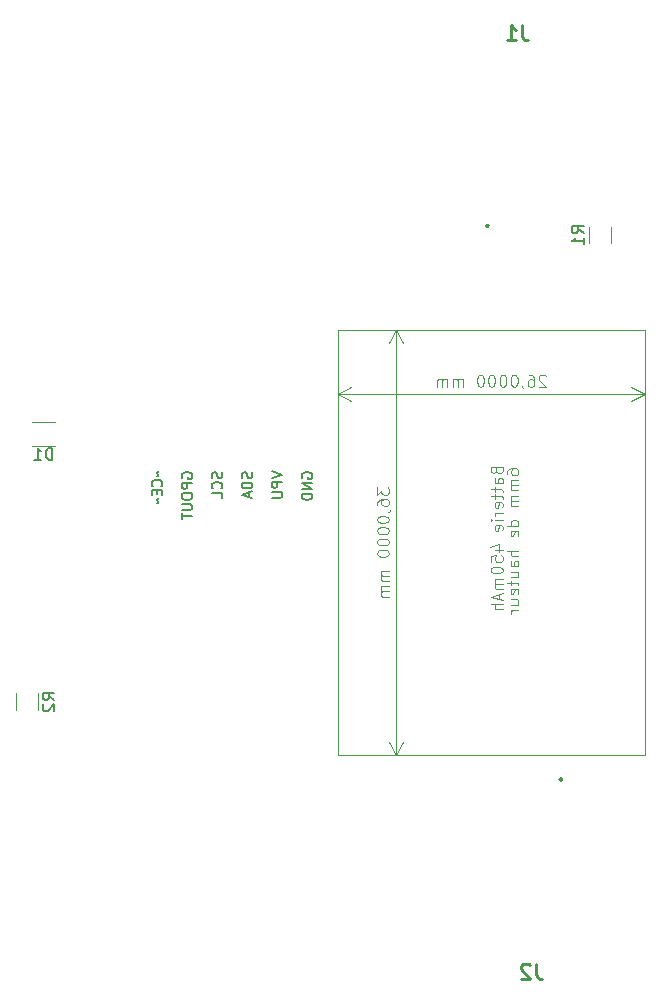
<source format=gbr>
%TF.GenerationSoftware,KiCad,Pcbnew,9.0.2*%
%TF.CreationDate,2025-07-03T17:47:07+02:00*%
%TF.ProjectId,PCB_accueil_STM,5043425f-6163-4637-9565-696c5f53544d,rev?*%
%TF.SameCoordinates,Original*%
%TF.FileFunction,Legend,Bot*%
%TF.FilePolarity,Positive*%
%FSLAX46Y46*%
G04 Gerber Fmt 4.6, Leading zero omitted, Abs format (unit mm)*
G04 Created by KiCad (PCBNEW 9.0.2) date 2025-07-03 17:47:07*
%MOMM*%
%LPD*%
G01*
G04 APERTURE LIST*
%ADD10C,0.254000*%
%ADD11C,0.150000*%
%ADD12C,0.100000*%
%ADD13C,0.152400*%
%ADD14C,0.120000*%
G04 APERTURE END LIST*
D10*
X131789732Y-56262118D02*
X131789732Y-57169261D01*
X131789732Y-57169261D02*
X131850209Y-57350689D01*
X131850209Y-57350689D02*
X131971161Y-57471642D01*
X131971161Y-57471642D02*
X132152590Y-57532118D01*
X132152590Y-57532118D02*
X132273542Y-57532118D01*
X130519732Y-57532118D02*
X131245447Y-57532118D01*
X130882590Y-57532118D02*
X130882590Y-56262118D01*
X130882590Y-56262118D02*
X131003542Y-56443546D01*
X131003542Y-56443546D02*
X131124494Y-56564499D01*
X131124494Y-56564499D02*
X131245447Y-56624975D01*
D11*
X92199819Y-113378793D02*
X91723628Y-113045460D01*
X92199819Y-112807365D02*
X91199819Y-112807365D01*
X91199819Y-112807365D02*
X91199819Y-113188317D01*
X91199819Y-113188317D02*
X91247438Y-113283555D01*
X91247438Y-113283555D02*
X91295057Y-113331174D01*
X91295057Y-113331174D02*
X91390295Y-113378793D01*
X91390295Y-113378793D02*
X91533152Y-113378793D01*
X91533152Y-113378793D02*
X91628390Y-113331174D01*
X91628390Y-113331174D02*
X91676009Y-113283555D01*
X91676009Y-113283555D02*
X91723628Y-113188317D01*
X91723628Y-113188317D02*
X91723628Y-112807365D01*
X91295057Y-113759746D02*
X91247438Y-113807365D01*
X91247438Y-113807365D02*
X91199819Y-113902603D01*
X91199819Y-113902603D02*
X91199819Y-114140698D01*
X91199819Y-114140698D02*
X91247438Y-114235936D01*
X91247438Y-114235936D02*
X91295057Y-114283555D01*
X91295057Y-114283555D02*
X91390295Y-114331174D01*
X91390295Y-114331174D02*
X91485533Y-114331174D01*
X91485533Y-114331174D02*
X91628390Y-114283555D01*
X91628390Y-114283555D02*
X92199819Y-113712127D01*
X92199819Y-113712127D02*
X92199819Y-114331174D01*
D12*
X130488819Y-94257915D02*
X130488819Y-94067439D01*
X130488819Y-94067439D02*
X130536438Y-93972201D01*
X130536438Y-93972201D02*
X130584057Y-93924582D01*
X130584057Y-93924582D02*
X130726914Y-93829344D01*
X130726914Y-93829344D02*
X130917390Y-93781725D01*
X130917390Y-93781725D02*
X131298342Y-93781725D01*
X131298342Y-93781725D02*
X131393580Y-93829344D01*
X131393580Y-93829344D02*
X131441200Y-93876963D01*
X131441200Y-93876963D02*
X131488819Y-93972201D01*
X131488819Y-93972201D02*
X131488819Y-94162677D01*
X131488819Y-94162677D02*
X131441200Y-94257915D01*
X131441200Y-94257915D02*
X131393580Y-94305534D01*
X131393580Y-94305534D02*
X131298342Y-94353153D01*
X131298342Y-94353153D02*
X131060247Y-94353153D01*
X131060247Y-94353153D02*
X130965009Y-94305534D01*
X130965009Y-94305534D02*
X130917390Y-94257915D01*
X130917390Y-94257915D02*
X130869771Y-94162677D01*
X130869771Y-94162677D02*
X130869771Y-93972201D01*
X130869771Y-93972201D02*
X130917390Y-93876963D01*
X130917390Y-93876963D02*
X130965009Y-93829344D01*
X130965009Y-93829344D02*
X131060247Y-93781725D01*
X131488819Y-94781725D02*
X130822152Y-94781725D01*
X130917390Y-94781725D02*
X130869771Y-94829344D01*
X130869771Y-94829344D02*
X130822152Y-94924582D01*
X130822152Y-94924582D02*
X130822152Y-95067439D01*
X130822152Y-95067439D02*
X130869771Y-95162677D01*
X130869771Y-95162677D02*
X130965009Y-95210296D01*
X130965009Y-95210296D02*
X131488819Y-95210296D01*
X130965009Y-95210296D02*
X130869771Y-95257915D01*
X130869771Y-95257915D02*
X130822152Y-95353153D01*
X130822152Y-95353153D02*
X130822152Y-95496010D01*
X130822152Y-95496010D02*
X130869771Y-95591249D01*
X130869771Y-95591249D02*
X130965009Y-95638868D01*
X130965009Y-95638868D02*
X131488819Y-95638868D01*
X131488819Y-96115058D02*
X130822152Y-96115058D01*
X130917390Y-96115058D02*
X130869771Y-96162677D01*
X130869771Y-96162677D02*
X130822152Y-96257915D01*
X130822152Y-96257915D02*
X130822152Y-96400772D01*
X130822152Y-96400772D02*
X130869771Y-96496010D01*
X130869771Y-96496010D02*
X130965009Y-96543629D01*
X130965009Y-96543629D02*
X131488819Y-96543629D01*
X130965009Y-96543629D02*
X130869771Y-96591248D01*
X130869771Y-96591248D02*
X130822152Y-96686486D01*
X130822152Y-96686486D02*
X130822152Y-96829343D01*
X130822152Y-96829343D02*
X130869771Y-96924582D01*
X130869771Y-96924582D02*
X130965009Y-96972201D01*
X130965009Y-96972201D02*
X131488819Y-96972201D01*
X131488819Y-98638867D02*
X130488819Y-98638867D01*
X131441200Y-98638867D02*
X131488819Y-98543629D01*
X131488819Y-98543629D02*
X131488819Y-98353153D01*
X131488819Y-98353153D02*
X131441200Y-98257915D01*
X131441200Y-98257915D02*
X131393580Y-98210296D01*
X131393580Y-98210296D02*
X131298342Y-98162677D01*
X131298342Y-98162677D02*
X131012628Y-98162677D01*
X131012628Y-98162677D02*
X130917390Y-98210296D01*
X130917390Y-98210296D02*
X130869771Y-98257915D01*
X130869771Y-98257915D02*
X130822152Y-98353153D01*
X130822152Y-98353153D02*
X130822152Y-98543629D01*
X130822152Y-98543629D02*
X130869771Y-98638867D01*
X131441200Y-99496010D02*
X131488819Y-99400772D01*
X131488819Y-99400772D02*
X131488819Y-99210296D01*
X131488819Y-99210296D02*
X131441200Y-99115058D01*
X131441200Y-99115058D02*
X131345961Y-99067439D01*
X131345961Y-99067439D02*
X130965009Y-99067439D01*
X130965009Y-99067439D02*
X130869771Y-99115058D01*
X130869771Y-99115058D02*
X130822152Y-99210296D01*
X130822152Y-99210296D02*
X130822152Y-99400772D01*
X130822152Y-99400772D02*
X130869771Y-99496010D01*
X130869771Y-99496010D02*
X130965009Y-99543629D01*
X130965009Y-99543629D02*
X131060247Y-99543629D01*
X131060247Y-99543629D02*
X131155485Y-99067439D01*
X131488819Y-100734106D02*
X130488819Y-100734106D01*
X131488819Y-101162677D02*
X130965009Y-101162677D01*
X130965009Y-101162677D02*
X130869771Y-101115058D01*
X130869771Y-101115058D02*
X130822152Y-101019820D01*
X130822152Y-101019820D02*
X130822152Y-100876963D01*
X130822152Y-100876963D02*
X130869771Y-100781725D01*
X130869771Y-100781725D02*
X130917390Y-100734106D01*
X131488819Y-102067439D02*
X130965009Y-102067439D01*
X130965009Y-102067439D02*
X130869771Y-102019820D01*
X130869771Y-102019820D02*
X130822152Y-101924582D01*
X130822152Y-101924582D02*
X130822152Y-101734106D01*
X130822152Y-101734106D02*
X130869771Y-101638868D01*
X131441200Y-102067439D02*
X131488819Y-101972201D01*
X131488819Y-101972201D02*
X131488819Y-101734106D01*
X131488819Y-101734106D02*
X131441200Y-101638868D01*
X131441200Y-101638868D02*
X131345961Y-101591249D01*
X131345961Y-101591249D02*
X131250723Y-101591249D01*
X131250723Y-101591249D02*
X131155485Y-101638868D01*
X131155485Y-101638868D02*
X131107866Y-101734106D01*
X131107866Y-101734106D02*
X131107866Y-101972201D01*
X131107866Y-101972201D02*
X131060247Y-102067439D01*
X130822152Y-102972201D02*
X131488819Y-102972201D01*
X130822152Y-102543630D02*
X131345961Y-102543630D01*
X131345961Y-102543630D02*
X131441200Y-102591249D01*
X131441200Y-102591249D02*
X131488819Y-102686487D01*
X131488819Y-102686487D02*
X131488819Y-102829344D01*
X131488819Y-102829344D02*
X131441200Y-102924582D01*
X131441200Y-102924582D02*
X131393580Y-102972201D01*
X130822152Y-103305535D02*
X130822152Y-103686487D01*
X130488819Y-103448392D02*
X131345961Y-103448392D01*
X131345961Y-103448392D02*
X131441200Y-103496011D01*
X131441200Y-103496011D02*
X131488819Y-103591249D01*
X131488819Y-103591249D02*
X131488819Y-103686487D01*
X131441200Y-104400773D02*
X131488819Y-104305535D01*
X131488819Y-104305535D02*
X131488819Y-104115059D01*
X131488819Y-104115059D02*
X131441200Y-104019821D01*
X131441200Y-104019821D02*
X131345961Y-103972202D01*
X131345961Y-103972202D02*
X130965009Y-103972202D01*
X130965009Y-103972202D02*
X130869771Y-104019821D01*
X130869771Y-104019821D02*
X130822152Y-104115059D01*
X130822152Y-104115059D02*
X130822152Y-104305535D01*
X130822152Y-104305535D02*
X130869771Y-104400773D01*
X130869771Y-104400773D02*
X130965009Y-104448392D01*
X130965009Y-104448392D02*
X131060247Y-104448392D01*
X131060247Y-104448392D02*
X131155485Y-103972202D01*
X130822152Y-105305535D02*
X131488819Y-105305535D01*
X130822152Y-104876964D02*
X131345961Y-104876964D01*
X131345961Y-104876964D02*
X131441200Y-104924583D01*
X131441200Y-104924583D02*
X131488819Y-105019821D01*
X131488819Y-105019821D02*
X131488819Y-105162678D01*
X131488819Y-105162678D02*
X131441200Y-105257916D01*
X131441200Y-105257916D02*
X131393580Y-105305535D01*
X131488819Y-105781726D02*
X130822152Y-105781726D01*
X131012628Y-105781726D02*
X130917390Y-105829345D01*
X130917390Y-105829345D02*
X130869771Y-105876964D01*
X130869771Y-105876964D02*
X130822152Y-105972202D01*
X130822152Y-105972202D02*
X130822152Y-106067440D01*
X129618809Y-93959477D02*
X129666428Y-94102334D01*
X129666428Y-94102334D02*
X129714047Y-94149953D01*
X129714047Y-94149953D02*
X129809285Y-94197572D01*
X129809285Y-94197572D02*
X129952142Y-94197572D01*
X129952142Y-94197572D02*
X130047380Y-94149953D01*
X130047380Y-94149953D02*
X130095000Y-94102334D01*
X130095000Y-94102334D02*
X130142619Y-94007096D01*
X130142619Y-94007096D02*
X130142619Y-93626144D01*
X130142619Y-93626144D02*
X129142619Y-93626144D01*
X129142619Y-93626144D02*
X129142619Y-93959477D01*
X129142619Y-93959477D02*
X129190238Y-94054715D01*
X129190238Y-94054715D02*
X129237857Y-94102334D01*
X129237857Y-94102334D02*
X129333095Y-94149953D01*
X129333095Y-94149953D02*
X129428333Y-94149953D01*
X129428333Y-94149953D02*
X129523571Y-94102334D01*
X129523571Y-94102334D02*
X129571190Y-94054715D01*
X129571190Y-94054715D02*
X129618809Y-93959477D01*
X129618809Y-93959477D02*
X129618809Y-93626144D01*
X130142619Y-95054715D02*
X129618809Y-95054715D01*
X129618809Y-95054715D02*
X129523571Y-95007096D01*
X129523571Y-95007096D02*
X129475952Y-94911858D01*
X129475952Y-94911858D02*
X129475952Y-94721382D01*
X129475952Y-94721382D02*
X129523571Y-94626144D01*
X130095000Y-95054715D02*
X130142619Y-94959477D01*
X130142619Y-94959477D02*
X130142619Y-94721382D01*
X130142619Y-94721382D02*
X130095000Y-94626144D01*
X130095000Y-94626144D02*
X129999761Y-94578525D01*
X129999761Y-94578525D02*
X129904523Y-94578525D01*
X129904523Y-94578525D02*
X129809285Y-94626144D01*
X129809285Y-94626144D02*
X129761666Y-94721382D01*
X129761666Y-94721382D02*
X129761666Y-94959477D01*
X129761666Y-94959477D02*
X129714047Y-95054715D01*
X129475952Y-95388049D02*
X129475952Y-95769001D01*
X129142619Y-95530906D02*
X129999761Y-95530906D01*
X129999761Y-95530906D02*
X130095000Y-95578525D01*
X130095000Y-95578525D02*
X130142619Y-95673763D01*
X130142619Y-95673763D02*
X130142619Y-95769001D01*
X129475952Y-95959478D02*
X129475952Y-96340430D01*
X129142619Y-96102335D02*
X129999761Y-96102335D01*
X129999761Y-96102335D02*
X130095000Y-96149954D01*
X130095000Y-96149954D02*
X130142619Y-96245192D01*
X130142619Y-96245192D02*
X130142619Y-96340430D01*
X130095000Y-97054716D02*
X130142619Y-96959478D01*
X130142619Y-96959478D02*
X130142619Y-96769002D01*
X130142619Y-96769002D02*
X130095000Y-96673764D01*
X130095000Y-96673764D02*
X129999761Y-96626145D01*
X129999761Y-96626145D02*
X129618809Y-96626145D01*
X129618809Y-96626145D02*
X129523571Y-96673764D01*
X129523571Y-96673764D02*
X129475952Y-96769002D01*
X129475952Y-96769002D02*
X129475952Y-96959478D01*
X129475952Y-96959478D02*
X129523571Y-97054716D01*
X129523571Y-97054716D02*
X129618809Y-97102335D01*
X129618809Y-97102335D02*
X129714047Y-97102335D01*
X129714047Y-97102335D02*
X129809285Y-96626145D01*
X130142619Y-97530907D02*
X129475952Y-97530907D01*
X129666428Y-97530907D02*
X129571190Y-97578526D01*
X129571190Y-97578526D02*
X129523571Y-97626145D01*
X129523571Y-97626145D02*
X129475952Y-97721383D01*
X129475952Y-97721383D02*
X129475952Y-97816621D01*
X130142619Y-98149955D02*
X129475952Y-98149955D01*
X129142619Y-98149955D02*
X129190238Y-98102336D01*
X129190238Y-98102336D02*
X129237857Y-98149955D01*
X129237857Y-98149955D02*
X129190238Y-98197574D01*
X129190238Y-98197574D02*
X129142619Y-98149955D01*
X129142619Y-98149955D02*
X129237857Y-98149955D01*
X130095000Y-99007097D02*
X130142619Y-98911859D01*
X130142619Y-98911859D02*
X130142619Y-98721383D01*
X130142619Y-98721383D02*
X130095000Y-98626145D01*
X130095000Y-98626145D02*
X129999761Y-98578526D01*
X129999761Y-98578526D02*
X129618809Y-98578526D01*
X129618809Y-98578526D02*
X129523571Y-98626145D01*
X129523571Y-98626145D02*
X129475952Y-98721383D01*
X129475952Y-98721383D02*
X129475952Y-98911859D01*
X129475952Y-98911859D02*
X129523571Y-99007097D01*
X129523571Y-99007097D02*
X129618809Y-99054716D01*
X129618809Y-99054716D02*
X129714047Y-99054716D01*
X129714047Y-99054716D02*
X129809285Y-98578526D01*
X129475952Y-100673764D02*
X130142619Y-100673764D01*
X129095000Y-100435669D02*
X129809285Y-100197574D01*
X129809285Y-100197574D02*
X129809285Y-100816621D01*
X129142619Y-101673764D02*
X129142619Y-101197574D01*
X129142619Y-101197574D02*
X129618809Y-101149955D01*
X129618809Y-101149955D02*
X129571190Y-101197574D01*
X129571190Y-101197574D02*
X129523571Y-101292812D01*
X129523571Y-101292812D02*
X129523571Y-101530907D01*
X129523571Y-101530907D02*
X129571190Y-101626145D01*
X129571190Y-101626145D02*
X129618809Y-101673764D01*
X129618809Y-101673764D02*
X129714047Y-101721383D01*
X129714047Y-101721383D02*
X129952142Y-101721383D01*
X129952142Y-101721383D02*
X130047380Y-101673764D01*
X130047380Y-101673764D02*
X130095000Y-101626145D01*
X130095000Y-101626145D02*
X130142619Y-101530907D01*
X130142619Y-101530907D02*
X130142619Y-101292812D01*
X130142619Y-101292812D02*
X130095000Y-101197574D01*
X130095000Y-101197574D02*
X130047380Y-101149955D01*
X129142619Y-102340431D02*
X129142619Y-102435669D01*
X129142619Y-102435669D02*
X129190238Y-102530907D01*
X129190238Y-102530907D02*
X129237857Y-102578526D01*
X129237857Y-102578526D02*
X129333095Y-102626145D01*
X129333095Y-102626145D02*
X129523571Y-102673764D01*
X129523571Y-102673764D02*
X129761666Y-102673764D01*
X129761666Y-102673764D02*
X129952142Y-102626145D01*
X129952142Y-102626145D02*
X130047380Y-102578526D01*
X130047380Y-102578526D02*
X130095000Y-102530907D01*
X130095000Y-102530907D02*
X130142619Y-102435669D01*
X130142619Y-102435669D02*
X130142619Y-102340431D01*
X130142619Y-102340431D02*
X130095000Y-102245193D01*
X130095000Y-102245193D02*
X130047380Y-102197574D01*
X130047380Y-102197574D02*
X129952142Y-102149955D01*
X129952142Y-102149955D02*
X129761666Y-102102336D01*
X129761666Y-102102336D02*
X129523571Y-102102336D01*
X129523571Y-102102336D02*
X129333095Y-102149955D01*
X129333095Y-102149955D02*
X129237857Y-102197574D01*
X129237857Y-102197574D02*
X129190238Y-102245193D01*
X129190238Y-102245193D02*
X129142619Y-102340431D01*
X130142619Y-103102336D02*
X129475952Y-103102336D01*
X129571190Y-103102336D02*
X129523571Y-103149955D01*
X129523571Y-103149955D02*
X129475952Y-103245193D01*
X129475952Y-103245193D02*
X129475952Y-103388050D01*
X129475952Y-103388050D02*
X129523571Y-103483288D01*
X129523571Y-103483288D02*
X129618809Y-103530907D01*
X129618809Y-103530907D02*
X130142619Y-103530907D01*
X129618809Y-103530907D02*
X129523571Y-103578526D01*
X129523571Y-103578526D02*
X129475952Y-103673764D01*
X129475952Y-103673764D02*
X129475952Y-103816621D01*
X129475952Y-103816621D02*
X129523571Y-103911860D01*
X129523571Y-103911860D02*
X129618809Y-103959479D01*
X129618809Y-103959479D02*
X130142619Y-103959479D01*
X129856904Y-104388050D02*
X129856904Y-104864240D01*
X130142619Y-104292812D02*
X129142619Y-104626145D01*
X129142619Y-104626145D02*
X130142619Y-104959478D01*
X130142619Y-105292812D02*
X129142619Y-105292812D01*
X130142619Y-105721383D02*
X129618809Y-105721383D01*
X129618809Y-105721383D02*
X129523571Y-105673764D01*
X129523571Y-105673764D02*
X129475952Y-105578526D01*
X129475952Y-105578526D02*
X129475952Y-105435669D01*
X129475952Y-105435669D02*
X129523571Y-105340431D01*
X129523571Y-105340431D02*
X129571190Y-105292812D01*
X119509019Y-95386594D02*
X119509019Y-96005641D01*
X119509019Y-96005641D02*
X119889971Y-95672308D01*
X119889971Y-95672308D02*
X119889971Y-95815165D01*
X119889971Y-95815165D02*
X119937590Y-95910403D01*
X119937590Y-95910403D02*
X119985209Y-95958022D01*
X119985209Y-95958022D02*
X120080447Y-96005641D01*
X120080447Y-96005641D02*
X120318542Y-96005641D01*
X120318542Y-96005641D02*
X120413780Y-95958022D01*
X120413780Y-95958022D02*
X120461400Y-95910403D01*
X120461400Y-95910403D02*
X120509019Y-95815165D01*
X120509019Y-95815165D02*
X120509019Y-95529451D01*
X120509019Y-95529451D02*
X120461400Y-95434213D01*
X120461400Y-95434213D02*
X120413780Y-95386594D01*
X119509019Y-96862784D02*
X119509019Y-96672308D01*
X119509019Y-96672308D02*
X119556638Y-96577070D01*
X119556638Y-96577070D02*
X119604257Y-96529451D01*
X119604257Y-96529451D02*
X119747114Y-96434213D01*
X119747114Y-96434213D02*
X119937590Y-96386594D01*
X119937590Y-96386594D02*
X120318542Y-96386594D01*
X120318542Y-96386594D02*
X120413780Y-96434213D01*
X120413780Y-96434213D02*
X120461400Y-96481832D01*
X120461400Y-96481832D02*
X120509019Y-96577070D01*
X120509019Y-96577070D02*
X120509019Y-96767546D01*
X120509019Y-96767546D02*
X120461400Y-96862784D01*
X120461400Y-96862784D02*
X120413780Y-96910403D01*
X120413780Y-96910403D02*
X120318542Y-96958022D01*
X120318542Y-96958022D02*
X120080447Y-96958022D01*
X120080447Y-96958022D02*
X119985209Y-96910403D01*
X119985209Y-96910403D02*
X119937590Y-96862784D01*
X119937590Y-96862784D02*
X119889971Y-96767546D01*
X119889971Y-96767546D02*
X119889971Y-96577070D01*
X119889971Y-96577070D02*
X119937590Y-96481832D01*
X119937590Y-96481832D02*
X119985209Y-96434213D01*
X119985209Y-96434213D02*
X120080447Y-96386594D01*
X120461400Y-97434213D02*
X120509019Y-97434213D01*
X120509019Y-97434213D02*
X120604257Y-97386594D01*
X120604257Y-97386594D02*
X120651876Y-97338975D01*
X119509019Y-98053260D02*
X119509019Y-98148498D01*
X119509019Y-98148498D02*
X119556638Y-98243736D01*
X119556638Y-98243736D02*
X119604257Y-98291355D01*
X119604257Y-98291355D02*
X119699495Y-98338974D01*
X119699495Y-98338974D02*
X119889971Y-98386593D01*
X119889971Y-98386593D02*
X120128066Y-98386593D01*
X120128066Y-98386593D02*
X120318542Y-98338974D01*
X120318542Y-98338974D02*
X120413780Y-98291355D01*
X120413780Y-98291355D02*
X120461400Y-98243736D01*
X120461400Y-98243736D02*
X120509019Y-98148498D01*
X120509019Y-98148498D02*
X120509019Y-98053260D01*
X120509019Y-98053260D02*
X120461400Y-97958022D01*
X120461400Y-97958022D02*
X120413780Y-97910403D01*
X120413780Y-97910403D02*
X120318542Y-97862784D01*
X120318542Y-97862784D02*
X120128066Y-97815165D01*
X120128066Y-97815165D02*
X119889971Y-97815165D01*
X119889971Y-97815165D02*
X119699495Y-97862784D01*
X119699495Y-97862784D02*
X119604257Y-97910403D01*
X119604257Y-97910403D02*
X119556638Y-97958022D01*
X119556638Y-97958022D02*
X119509019Y-98053260D01*
X119509019Y-99005641D02*
X119509019Y-99100879D01*
X119509019Y-99100879D02*
X119556638Y-99196117D01*
X119556638Y-99196117D02*
X119604257Y-99243736D01*
X119604257Y-99243736D02*
X119699495Y-99291355D01*
X119699495Y-99291355D02*
X119889971Y-99338974D01*
X119889971Y-99338974D02*
X120128066Y-99338974D01*
X120128066Y-99338974D02*
X120318542Y-99291355D01*
X120318542Y-99291355D02*
X120413780Y-99243736D01*
X120413780Y-99243736D02*
X120461400Y-99196117D01*
X120461400Y-99196117D02*
X120509019Y-99100879D01*
X120509019Y-99100879D02*
X120509019Y-99005641D01*
X120509019Y-99005641D02*
X120461400Y-98910403D01*
X120461400Y-98910403D02*
X120413780Y-98862784D01*
X120413780Y-98862784D02*
X120318542Y-98815165D01*
X120318542Y-98815165D02*
X120128066Y-98767546D01*
X120128066Y-98767546D02*
X119889971Y-98767546D01*
X119889971Y-98767546D02*
X119699495Y-98815165D01*
X119699495Y-98815165D02*
X119604257Y-98862784D01*
X119604257Y-98862784D02*
X119556638Y-98910403D01*
X119556638Y-98910403D02*
X119509019Y-99005641D01*
X119509019Y-99958022D02*
X119509019Y-100053260D01*
X119509019Y-100053260D02*
X119556638Y-100148498D01*
X119556638Y-100148498D02*
X119604257Y-100196117D01*
X119604257Y-100196117D02*
X119699495Y-100243736D01*
X119699495Y-100243736D02*
X119889971Y-100291355D01*
X119889971Y-100291355D02*
X120128066Y-100291355D01*
X120128066Y-100291355D02*
X120318542Y-100243736D01*
X120318542Y-100243736D02*
X120413780Y-100196117D01*
X120413780Y-100196117D02*
X120461400Y-100148498D01*
X120461400Y-100148498D02*
X120509019Y-100053260D01*
X120509019Y-100053260D02*
X120509019Y-99958022D01*
X120509019Y-99958022D02*
X120461400Y-99862784D01*
X120461400Y-99862784D02*
X120413780Y-99815165D01*
X120413780Y-99815165D02*
X120318542Y-99767546D01*
X120318542Y-99767546D02*
X120128066Y-99719927D01*
X120128066Y-99719927D02*
X119889971Y-99719927D01*
X119889971Y-99719927D02*
X119699495Y-99767546D01*
X119699495Y-99767546D02*
X119604257Y-99815165D01*
X119604257Y-99815165D02*
X119556638Y-99862784D01*
X119556638Y-99862784D02*
X119509019Y-99958022D01*
X119509019Y-100910403D02*
X119509019Y-101005641D01*
X119509019Y-101005641D02*
X119556638Y-101100879D01*
X119556638Y-101100879D02*
X119604257Y-101148498D01*
X119604257Y-101148498D02*
X119699495Y-101196117D01*
X119699495Y-101196117D02*
X119889971Y-101243736D01*
X119889971Y-101243736D02*
X120128066Y-101243736D01*
X120128066Y-101243736D02*
X120318542Y-101196117D01*
X120318542Y-101196117D02*
X120413780Y-101148498D01*
X120413780Y-101148498D02*
X120461400Y-101100879D01*
X120461400Y-101100879D02*
X120509019Y-101005641D01*
X120509019Y-101005641D02*
X120509019Y-100910403D01*
X120509019Y-100910403D02*
X120461400Y-100815165D01*
X120461400Y-100815165D02*
X120413780Y-100767546D01*
X120413780Y-100767546D02*
X120318542Y-100719927D01*
X120318542Y-100719927D02*
X120128066Y-100672308D01*
X120128066Y-100672308D02*
X119889971Y-100672308D01*
X119889971Y-100672308D02*
X119699495Y-100719927D01*
X119699495Y-100719927D02*
X119604257Y-100767546D01*
X119604257Y-100767546D02*
X119556638Y-100815165D01*
X119556638Y-100815165D02*
X119509019Y-100910403D01*
X120509019Y-102434213D02*
X119842352Y-102434213D01*
X119937590Y-102434213D02*
X119889971Y-102481832D01*
X119889971Y-102481832D02*
X119842352Y-102577070D01*
X119842352Y-102577070D02*
X119842352Y-102719927D01*
X119842352Y-102719927D02*
X119889971Y-102815165D01*
X119889971Y-102815165D02*
X119985209Y-102862784D01*
X119985209Y-102862784D02*
X120509019Y-102862784D01*
X119985209Y-102862784D02*
X119889971Y-102910403D01*
X119889971Y-102910403D02*
X119842352Y-103005641D01*
X119842352Y-103005641D02*
X119842352Y-103148498D01*
X119842352Y-103148498D02*
X119889971Y-103243737D01*
X119889971Y-103243737D02*
X119985209Y-103291356D01*
X119985209Y-103291356D02*
X120509019Y-103291356D01*
X120509019Y-103767546D02*
X119842352Y-103767546D01*
X119937590Y-103767546D02*
X119889971Y-103815165D01*
X119889971Y-103815165D02*
X119842352Y-103910403D01*
X119842352Y-103910403D02*
X119842352Y-104053260D01*
X119842352Y-104053260D02*
X119889971Y-104148498D01*
X119889971Y-104148498D02*
X119985209Y-104196117D01*
X119985209Y-104196117D02*
X120509019Y-104196117D01*
X119985209Y-104196117D02*
X119889971Y-104243736D01*
X119889971Y-104243736D02*
X119842352Y-104338974D01*
X119842352Y-104338974D02*
X119842352Y-104481831D01*
X119842352Y-104481831D02*
X119889971Y-104577070D01*
X119889971Y-104577070D02*
X119985209Y-104624689D01*
X119985209Y-104624689D02*
X120509019Y-104624689D01*
X133792246Y-85958317D02*
X133744627Y-85910698D01*
X133744627Y-85910698D02*
X133649389Y-85863079D01*
X133649389Y-85863079D02*
X133411294Y-85863079D01*
X133411294Y-85863079D02*
X133316056Y-85910698D01*
X133316056Y-85910698D02*
X133268437Y-85958317D01*
X133268437Y-85958317D02*
X133220818Y-86053555D01*
X133220818Y-86053555D02*
X133220818Y-86148793D01*
X133220818Y-86148793D02*
X133268437Y-86291650D01*
X133268437Y-86291650D02*
X133839865Y-86863079D01*
X133839865Y-86863079D02*
X133220818Y-86863079D01*
X132363675Y-85863079D02*
X132554151Y-85863079D01*
X132554151Y-85863079D02*
X132649389Y-85910698D01*
X132649389Y-85910698D02*
X132697008Y-85958317D01*
X132697008Y-85958317D02*
X132792246Y-86101174D01*
X132792246Y-86101174D02*
X132839865Y-86291650D01*
X132839865Y-86291650D02*
X132839865Y-86672602D01*
X132839865Y-86672602D02*
X132792246Y-86767840D01*
X132792246Y-86767840D02*
X132744627Y-86815460D01*
X132744627Y-86815460D02*
X132649389Y-86863079D01*
X132649389Y-86863079D02*
X132458913Y-86863079D01*
X132458913Y-86863079D02*
X132363675Y-86815460D01*
X132363675Y-86815460D02*
X132316056Y-86767840D01*
X132316056Y-86767840D02*
X132268437Y-86672602D01*
X132268437Y-86672602D02*
X132268437Y-86434507D01*
X132268437Y-86434507D02*
X132316056Y-86339269D01*
X132316056Y-86339269D02*
X132363675Y-86291650D01*
X132363675Y-86291650D02*
X132458913Y-86244031D01*
X132458913Y-86244031D02*
X132649389Y-86244031D01*
X132649389Y-86244031D02*
X132744627Y-86291650D01*
X132744627Y-86291650D02*
X132792246Y-86339269D01*
X132792246Y-86339269D02*
X132839865Y-86434507D01*
X131792246Y-86815460D02*
X131792246Y-86863079D01*
X131792246Y-86863079D02*
X131839865Y-86958317D01*
X131839865Y-86958317D02*
X131887484Y-87005936D01*
X131173199Y-85863079D02*
X131077961Y-85863079D01*
X131077961Y-85863079D02*
X130982723Y-85910698D01*
X130982723Y-85910698D02*
X130935104Y-85958317D01*
X130935104Y-85958317D02*
X130887485Y-86053555D01*
X130887485Y-86053555D02*
X130839866Y-86244031D01*
X130839866Y-86244031D02*
X130839866Y-86482126D01*
X130839866Y-86482126D02*
X130887485Y-86672602D01*
X130887485Y-86672602D02*
X130935104Y-86767840D01*
X130935104Y-86767840D02*
X130982723Y-86815460D01*
X130982723Y-86815460D02*
X131077961Y-86863079D01*
X131077961Y-86863079D02*
X131173199Y-86863079D01*
X131173199Y-86863079D02*
X131268437Y-86815460D01*
X131268437Y-86815460D02*
X131316056Y-86767840D01*
X131316056Y-86767840D02*
X131363675Y-86672602D01*
X131363675Y-86672602D02*
X131411294Y-86482126D01*
X131411294Y-86482126D02*
X131411294Y-86244031D01*
X131411294Y-86244031D02*
X131363675Y-86053555D01*
X131363675Y-86053555D02*
X131316056Y-85958317D01*
X131316056Y-85958317D02*
X131268437Y-85910698D01*
X131268437Y-85910698D02*
X131173199Y-85863079D01*
X130220818Y-85863079D02*
X130125580Y-85863079D01*
X130125580Y-85863079D02*
X130030342Y-85910698D01*
X130030342Y-85910698D02*
X129982723Y-85958317D01*
X129982723Y-85958317D02*
X129935104Y-86053555D01*
X129935104Y-86053555D02*
X129887485Y-86244031D01*
X129887485Y-86244031D02*
X129887485Y-86482126D01*
X129887485Y-86482126D02*
X129935104Y-86672602D01*
X129935104Y-86672602D02*
X129982723Y-86767840D01*
X129982723Y-86767840D02*
X130030342Y-86815460D01*
X130030342Y-86815460D02*
X130125580Y-86863079D01*
X130125580Y-86863079D02*
X130220818Y-86863079D01*
X130220818Y-86863079D02*
X130316056Y-86815460D01*
X130316056Y-86815460D02*
X130363675Y-86767840D01*
X130363675Y-86767840D02*
X130411294Y-86672602D01*
X130411294Y-86672602D02*
X130458913Y-86482126D01*
X130458913Y-86482126D02*
X130458913Y-86244031D01*
X130458913Y-86244031D02*
X130411294Y-86053555D01*
X130411294Y-86053555D02*
X130363675Y-85958317D01*
X130363675Y-85958317D02*
X130316056Y-85910698D01*
X130316056Y-85910698D02*
X130220818Y-85863079D01*
X129268437Y-85863079D02*
X129173199Y-85863079D01*
X129173199Y-85863079D02*
X129077961Y-85910698D01*
X129077961Y-85910698D02*
X129030342Y-85958317D01*
X129030342Y-85958317D02*
X128982723Y-86053555D01*
X128982723Y-86053555D02*
X128935104Y-86244031D01*
X128935104Y-86244031D02*
X128935104Y-86482126D01*
X128935104Y-86482126D02*
X128982723Y-86672602D01*
X128982723Y-86672602D02*
X129030342Y-86767840D01*
X129030342Y-86767840D02*
X129077961Y-86815460D01*
X129077961Y-86815460D02*
X129173199Y-86863079D01*
X129173199Y-86863079D02*
X129268437Y-86863079D01*
X129268437Y-86863079D02*
X129363675Y-86815460D01*
X129363675Y-86815460D02*
X129411294Y-86767840D01*
X129411294Y-86767840D02*
X129458913Y-86672602D01*
X129458913Y-86672602D02*
X129506532Y-86482126D01*
X129506532Y-86482126D02*
X129506532Y-86244031D01*
X129506532Y-86244031D02*
X129458913Y-86053555D01*
X129458913Y-86053555D02*
X129411294Y-85958317D01*
X129411294Y-85958317D02*
X129363675Y-85910698D01*
X129363675Y-85910698D02*
X129268437Y-85863079D01*
X128316056Y-85863079D02*
X128220818Y-85863079D01*
X128220818Y-85863079D02*
X128125580Y-85910698D01*
X128125580Y-85910698D02*
X128077961Y-85958317D01*
X128077961Y-85958317D02*
X128030342Y-86053555D01*
X128030342Y-86053555D02*
X127982723Y-86244031D01*
X127982723Y-86244031D02*
X127982723Y-86482126D01*
X127982723Y-86482126D02*
X128030342Y-86672602D01*
X128030342Y-86672602D02*
X128077961Y-86767840D01*
X128077961Y-86767840D02*
X128125580Y-86815460D01*
X128125580Y-86815460D02*
X128220818Y-86863079D01*
X128220818Y-86863079D02*
X128316056Y-86863079D01*
X128316056Y-86863079D02*
X128411294Y-86815460D01*
X128411294Y-86815460D02*
X128458913Y-86767840D01*
X128458913Y-86767840D02*
X128506532Y-86672602D01*
X128506532Y-86672602D02*
X128554151Y-86482126D01*
X128554151Y-86482126D02*
X128554151Y-86244031D01*
X128554151Y-86244031D02*
X128506532Y-86053555D01*
X128506532Y-86053555D02*
X128458913Y-85958317D01*
X128458913Y-85958317D02*
X128411294Y-85910698D01*
X128411294Y-85910698D02*
X128316056Y-85863079D01*
X126792246Y-86863079D02*
X126792246Y-86196412D01*
X126792246Y-86291650D02*
X126744627Y-86244031D01*
X126744627Y-86244031D02*
X126649389Y-86196412D01*
X126649389Y-86196412D02*
X126506532Y-86196412D01*
X126506532Y-86196412D02*
X126411294Y-86244031D01*
X126411294Y-86244031D02*
X126363675Y-86339269D01*
X126363675Y-86339269D02*
X126363675Y-86863079D01*
X126363675Y-86339269D02*
X126316056Y-86244031D01*
X126316056Y-86244031D02*
X126220818Y-86196412D01*
X126220818Y-86196412D02*
X126077961Y-86196412D01*
X126077961Y-86196412D02*
X125982722Y-86244031D01*
X125982722Y-86244031D02*
X125935103Y-86339269D01*
X125935103Y-86339269D02*
X125935103Y-86863079D01*
X125458913Y-86863079D02*
X125458913Y-86196412D01*
X125458913Y-86291650D02*
X125411294Y-86244031D01*
X125411294Y-86244031D02*
X125316056Y-86196412D01*
X125316056Y-86196412D02*
X125173199Y-86196412D01*
X125173199Y-86196412D02*
X125077961Y-86244031D01*
X125077961Y-86244031D02*
X125030342Y-86339269D01*
X125030342Y-86339269D02*
X125030342Y-86863079D01*
X125030342Y-86339269D02*
X124982723Y-86244031D01*
X124982723Y-86244031D02*
X124887485Y-86196412D01*
X124887485Y-86196412D02*
X124744628Y-86196412D01*
X124744628Y-86196412D02*
X124649389Y-86244031D01*
X124649389Y-86244031D02*
X124601770Y-86339269D01*
X124601770Y-86339269D02*
X124601770Y-86863079D01*
D10*
X132985332Y-135703778D02*
X132985332Y-136610921D01*
X132985332Y-136610921D02*
X133045809Y-136792349D01*
X133045809Y-136792349D02*
X133166761Y-136913302D01*
X133166761Y-136913302D02*
X133348190Y-136973778D01*
X133348190Y-136973778D02*
X133469142Y-136973778D01*
X132441047Y-135824730D02*
X132380571Y-135764254D01*
X132380571Y-135764254D02*
X132259618Y-135703778D01*
X132259618Y-135703778D02*
X131957237Y-135703778D01*
X131957237Y-135703778D02*
X131836285Y-135764254D01*
X131836285Y-135764254D02*
X131775809Y-135824730D01*
X131775809Y-135824730D02*
X131715332Y-135945682D01*
X131715332Y-135945682D02*
X131715332Y-136066635D01*
X131715332Y-136066635D02*
X131775809Y-136248063D01*
X131775809Y-136248063D02*
X132501523Y-136973778D01*
X132501523Y-136973778D02*
X131715332Y-136973778D01*
D11*
X92019294Y-93037879D02*
X92019294Y-92037879D01*
X92019294Y-92037879D02*
X91781199Y-92037879D01*
X91781199Y-92037879D02*
X91638342Y-92085498D01*
X91638342Y-92085498D02*
X91543104Y-92180736D01*
X91543104Y-92180736D02*
X91495485Y-92275974D01*
X91495485Y-92275974D02*
X91447866Y-92466450D01*
X91447866Y-92466450D02*
X91447866Y-92609307D01*
X91447866Y-92609307D02*
X91495485Y-92799783D01*
X91495485Y-92799783D02*
X91543104Y-92895021D01*
X91543104Y-92895021D02*
X91638342Y-92990260D01*
X91638342Y-92990260D02*
X91781199Y-93037879D01*
X91781199Y-93037879D02*
X92019294Y-93037879D01*
X90495485Y-93037879D02*
X91066913Y-93037879D01*
X90781199Y-93037879D02*
X90781199Y-92037879D01*
X90781199Y-92037879D02*
X90876437Y-92180736D01*
X90876437Y-92180736D02*
X90971675Y-92275974D01*
X90971675Y-92275974D02*
X91066913Y-92323593D01*
X136999819Y-73853793D02*
X136523628Y-73520460D01*
X136999819Y-73282365D02*
X135999819Y-73282365D01*
X135999819Y-73282365D02*
X135999819Y-73663317D01*
X135999819Y-73663317D02*
X136047438Y-73758555D01*
X136047438Y-73758555D02*
X136095057Y-73806174D01*
X136095057Y-73806174D02*
X136190295Y-73853793D01*
X136190295Y-73853793D02*
X136333152Y-73853793D01*
X136333152Y-73853793D02*
X136428390Y-73806174D01*
X136428390Y-73806174D02*
X136476009Y-73758555D01*
X136476009Y-73758555D02*
X136523628Y-73663317D01*
X136523628Y-73663317D02*
X136523628Y-73282365D01*
X136999819Y-74806174D02*
X136999819Y-74234746D01*
X136999819Y-74520460D02*
X135999819Y-74520460D01*
X135999819Y-74520460D02*
X136142676Y-74425222D01*
X136142676Y-74425222D02*
X136237914Y-74329984D01*
X136237914Y-74329984D02*
X136285533Y-74234746D01*
D13*
X113202317Y-94613903D02*
X113161193Y-94531656D01*
X113161193Y-94531656D02*
X113161193Y-94408284D01*
X113161193Y-94408284D02*
X113202317Y-94284913D01*
X113202317Y-94284913D02*
X113284565Y-94202665D01*
X113284565Y-94202665D02*
X113366812Y-94161542D01*
X113366812Y-94161542D02*
X113531308Y-94120418D01*
X113531308Y-94120418D02*
X113654679Y-94120418D01*
X113654679Y-94120418D02*
X113819174Y-94161542D01*
X113819174Y-94161542D02*
X113901422Y-94202665D01*
X113901422Y-94202665D02*
X113983670Y-94284913D01*
X113983670Y-94284913D02*
X114024793Y-94408284D01*
X114024793Y-94408284D02*
X114024793Y-94490532D01*
X114024793Y-94490532D02*
X113983670Y-94613903D01*
X113983670Y-94613903D02*
X113942546Y-94655027D01*
X113942546Y-94655027D02*
X113654679Y-94655027D01*
X113654679Y-94655027D02*
X113654679Y-94490532D01*
X114024793Y-95025142D02*
X113161193Y-95025142D01*
X113161193Y-95025142D02*
X114024793Y-95518627D01*
X114024793Y-95518627D02*
X113161193Y-95518627D01*
X114024793Y-95929866D02*
X113161193Y-95929866D01*
X113161193Y-95929866D02*
X113161193Y-96135485D01*
X113161193Y-96135485D02*
X113202317Y-96258856D01*
X113202317Y-96258856D02*
X113284565Y-96341104D01*
X113284565Y-96341104D02*
X113366812Y-96382227D01*
X113366812Y-96382227D02*
X113531308Y-96423351D01*
X113531308Y-96423351D02*
X113654679Y-96423351D01*
X113654679Y-96423351D02*
X113819174Y-96382227D01*
X113819174Y-96382227D02*
X113901422Y-96341104D01*
X113901422Y-96341104D02*
X113983670Y-96258856D01*
X113983670Y-96258856D02*
X114024793Y-96135485D01*
X114024793Y-96135485D02*
X114024793Y-95929866D01*
X106363670Y-94120418D02*
X106404793Y-94243789D01*
X106404793Y-94243789D02*
X106404793Y-94449408D01*
X106404793Y-94449408D02*
X106363670Y-94531656D01*
X106363670Y-94531656D02*
X106322546Y-94572780D01*
X106322546Y-94572780D02*
X106240298Y-94613903D01*
X106240298Y-94613903D02*
X106158050Y-94613903D01*
X106158050Y-94613903D02*
X106075803Y-94572780D01*
X106075803Y-94572780D02*
X106034679Y-94531656D01*
X106034679Y-94531656D02*
X105993555Y-94449408D01*
X105993555Y-94449408D02*
X105952431Y-94284913D01*
X105952431Y-94284913D02*
X105911308Y-94202665D01*
X105911308Y-94202665D02*
X105870184Y-94161542D01*
X105870184Y-94161542D02*
X105787936Y-94120418D01*
X105787936Y-94120418D02*
X105705689Y-94120418D01*
X105705689Y-94120418D02*
X105623441Y-94161542D01*
X105623441Y-94161542D02*
X105582317Y-94202665D01*
X105582317Y-94202665D02*
X105541193Y-94284913D01*
X105541193Y-94284913D02*
X105541193Y-94490532D01*
X105541193Y-94490532D02*
X105582317Y-94613903D01*
X106322546Y-95477503D02*
X106363670Y-95436379D01*
X106363670Y-95436379D02*
X106404793Y-95313008D01*
X106404793Y-95313008D02*
X106404793Y-95230760D01*
X106404793Y-95230760D02*
X106363670Y-95107389D01*
X106363670Y-95107389D02*
X106281422Y-95025141D01*
X106281422Y-95025141D02*
X106199174Y-94984018D01*
X106199174Y-94984018D02*
X106034679Y-94942894D01*
X106034679Y-94942894D02*
X105911308Y-94942894D01*
X105911308Y-94942894D02*
X105746812Y-94984018D01*
X105746812Y-94984018D02*
X105664565Y-95025141D01*
X105664565Y-95025141D02*
X105582317Y-95107389D01*
X105582317Y-95107389D02*
X105541193Y-95230760D01*
X105541193Y-95230760D02*
X105541193Y-95313008D01*
X105541193Y-95313008D02*
X105582317Y-95436379D01*
X105582317Y-95436379D02*
X105623441Y-95477503D01*
X106404793Y-96258856D02*
X106404793Y-95847618D01*
X106404793Y-95847618D02*
X105541193Y-95847618D01*
X108903670Y-94120418D02*
X108944793Y-94243789D01*
X108944793Y-94243789D02*
X108944793Y-94449408D01*
X108944793Y-94449408D02*
X108903670Y-94531656D01*
X108903670Y-94531656D02*
X108862546Y-94572780D01*
X108862546Y-94572780D02*
X108780298Y-94613903D01*
X108780298Y-94613903D02*
X108698050Y-94613903D01*
X108698050Y-94613903D02*
X108615803Y-94572780D01*
X108615803Y-94572780D02*
X108574679Y-94531656D01*
X108574679Y-94531656D02*
X108533555Y-94449408D01*
X108533555Y-94449408D02*
X108492431Y-94284913D01*
X108492431Y-94284913D02*
X108451308Y-94202665D01*
X108451308Y-94202665D02*
X108410184Y-94161542D01*
X108410184Y-94161542D02*
X108327936Y-94120418D01*
X108327936Y-94120418D02*
X108245689Y-94120418D01*
X108245689Y-94120418D02*
X108163441Y-94161542D01*
X108163441Y-94161542D02*
X108122317Y-94202665D01*
X108122317Y-94202665D02*
X108081193Y-94284913D01*
X108081193Y-94284913D02*
X108081193Y-94490532D01*
X108081193Y-94490532D02*
X108122317Y-94613903D01*
X108944793Y-94984018D02*
X108081193Y-94984018D01*
X108081193Y-94984018D02*
X108081193Y-95189637D01*
X108081193Y-95189637D02*
X108122317Y-95313008D01*
X108122317Y-95313008D02*
X108204565Y-95395256D01*
X108204565Y-95395256D02*
X108286812Y-95436379D01*
X108286812Y-95436379D02*
X108451308Y-95477503D01*
X108451308Y-95477503D02*
X108574679Y-95477503D01*
X108574679Y-95477503D02*
X108739174Y-95436379D01*
X108739174Y-95436379D02*
X108821422Y-95395256D01*
X108821422Y-95395256D02*
X108903670Y-95313008D01*
X108903670Y-95313008D02*
X108944793Y-95189637D01*
X108944793Y-95189637D02*
X108944793Y-94984018D01*
X108698050Y-95806494D02*
X108698050Y-96217732D01*
X108944793Y-95724246D02*
X108081193Y-96012113D01*
X108081193Y-96012113D02*
X108944793Y-96299979D01*
X103042317Y-94613903D02*
X103001193Y-94531656D01*
X103001193Y-94531656D02*
X103001193Y-94408284D01*
X103001193Y-94408284D02*
X103042317Y-94284913D01*
X103042317Y-94284913D02*
X103124565Y-94202665D01*
X103124565Y-94202665D02*
X103206812Y-94161542D01*
X103206812Y-94161542D02*
X103371308Y-94120418D01*
X103371308Y-94120418D02*
X103494679Y-94120418D01*
X103494679Y-94120418D02*
X103659174Y-94161542D01*
X103659174Y-94161542D02*
X103741422Y-94202665D01*
X103741422Y-94202665D02*
X103823670Y-94284913D01*
X103823670Y-94284913D02*
X103864793Y-94408284D01*
X103864793Y-94408284D02*
X103864793Y-94490532D01*
X103864793Y-94490532D02*
X103823670Y-94613903D01*
X103823670Y-94613903D02*
X103782546Y-94655027D01*
X103782546Y-94655027D02*
X103494679Y-94655027D01*
X103494679Y-94655027D02*
X103494679Y-94490532D01*
X103864793Y-95025142D02*
X103001193Y-95025142D01*
X103001193Y-95025142D02*
X103001193Y-95354132D01*
X103001193Y-95354132D02*
X103042317Y-95436380D01*
X103042317Y-95436380D02*
X103083441Y-95477503D01*
X103083441Y-95477503D02*
X103165689Y-95518627D01*
X103165689Y-95518627D02*
X103289060Y-95518627D01*
X103289060Y-95518627D02*
X103371308Y-95477503D01*
X103371308Y-95477503D02*
X103412431Y-95436380D01*
X103412431Y-95436380D02*
X103453555Y-95354132D01*
X103453555Y-95354132D02*
X103453555Y-95025142D01*
X103001193Y-96053237D02*
X103001193Y-96217732D01*
X103001193Y-96217732D02*
X103042317Y-96299980D01*
X103042317Y-96299980D02*
X103124565Y-96382227D01*
X103124565Y-96382227D02*
X103289060Y-96423351D01*
X103289060Y-96423351D02*
X103576927Y-96423351D01*
X103576927Y-96423351D02*
X103741422Y-96382227D01*
X103741422Y-96382227D02*
X103823670Y-96299980D01*
X103823670Y-96299980D02*
X103864793Y-96217732D01*
X103864793Y-96217732D02*
X103864793Y-96053237D01*
X103864793Y-96053237D02*
X103823670Y-95970989D01*
X103823670Y-95970989D02*
X103741422Y-95888742D01*
X103741422Y-95888742D02*
X103576927Y-95847618D01*
X103576927Y-95847618D02*
X103289060Y-95847618D01*
X103289060Y-95847618D02*
X103124565Y-95888742D01*
X103124565Y-95888742D02*
X103042317Y-95970989D01*
X103042317Y-95970989D02*
X103001193Y-96053237D01*
X103001193Y-96793466D02*
X103700298Y-96793466D01*
X103700298Y-96793466D02*
X103782546Y-96834589D01*
X103782546Y-96834589D02*
X103823670Y-96875713D01*
X103823670Y-96875713D02*
X103864793Y-96957961D01*
X103864793Y-96957961D02*
X103864793Y-97122456D01*
X103864793Y-97122456D02*
X103823670Y-97204704D01*
X103823670Y-97204704D02*
X103782546Y-97245827D01*
X103782546Y-97245827D02*
X103700298Y-97286951D01*
X103700298Y-97286951D02*
X103001193Y-97286951D01*
X103001193Y-97574818D02*
X103001193Y-98068304D01*
X103864793Y-97821561D02*
X103001193Y-97821561D01*
X100995803Y-94038170D02*
X100954679Y-94079294D01*
X100954679Y-94079294D02*
X100913555Y-94161542D01*
X100913555Y-94161542D02*
X100995803Y-94326037D01*
X100995803Y-94326037D02*
X100954679Y-94408284D01*
X100954679Y-94408284D02*
X100913555Y-94449408D01*
X101242546Y-95271884D02*
X101283670Y-95230760D01*
X101283670Y-95230760D02*
X101324793Y-95107389D01*
X101324793Y-95107389D02*
X101324793Y-95025141D01*
X101324793Y-95025141D02*
X101283670Y-94901770D01*
X101283670Y-94901770D02*
X101201422Y-94819522D01*
X101201422Y-94819522D02*
X101119174Y-94778399D01*
X101119174Y-94778399D02*
X100954679Y-94737275D01*
X100954679Y-94737275D02*
X100831308Y-94737275D01*
X100831308Y-94737275D02*
X100666812Y-94778399D01*
X100666812Y-94778399D02*
X100584565Y-94819522D01*
X100584565Y-94819522D02*
X100502317Y-94901770D01*
X100502317Y-94901770D02*
X100461193Y-95025141D01*
X100461193Y-95025141D02*
X100461193Y-95107389D01*
X100461193Y-95107389D02*
X100502317Y-95230760D01*
X100502317Y-95230760D02*
X100543441Y-95271884D01*
X100872431Y-95641999D02*
X100872431Y-95929865D01*
X101324793Y-96053237D02*
X101324793Y-95641999D01*
X101324793Y-95641999D02*
X100461193Y-95641999D01*
X100461193Y-95641999D02*
X100461193Y-96053237D01*
X100995803Y-96299979D02*
X100954679Y-96341103D01*
X100954679Y-96341103D02*
X100913555Y-96423351D01*
X100913555Y-96423351D02*
X100995803Y-96587846D01*
X100995803Y-96587846D02*
X100954679Y-96670093D01*
X100954679Y-96670093D02*
X100913555Y-96711217D01*
X110621193Y-94038170D02*
X111484793Y-94326037D01*
X111484793Y-94326037D02*
X110621193Y-94613903D01*
X111484793Y-94901771D02*
X110621193Y-94901771D01*
X110621193Y-94901771D02*
X110621193Y-95230761D01*
X110621193Y-95230761D02*
X110662317Y-95313009D01*
X110662317Y-95313009D02*
X110703441Y-95354132D01*
X110703441Y-95354132D02*
X110785689Y-95395256D01*
X110785689Y-95395256D02*
X110909060Y-95395256D01*
X110909060Y-95395256D02*
X110991308Y-95354132D01*
X110991308Y-95354132D02*
X111032431Y-95313009D01*
X111032431Y-95313009D02*
X111073555Y-95230761D01*
X111073555Y-95230761D02*
X111073555Y-94901771D01*
X110621193Y-95765371D02*
X111320298Y-95765371D01*
X111320298Y-95765371D02*
X111402546Y-95806494D01*
X111402546Y-95806494D02*
X111443670Y-95847618D01*
X111443670Y-95847618D02*
X111484793Y-95929866D01*
X111484793Y-95929866D02*
X111484793Y-96094361D01*
X111484793Y-96094361D02*
X111443670Y-96176609D01*
X111443670Y-96176609D02*
X111402546Y-96217732D01*
X111402546Y-96217732D02*
X111320298Y-96258856D01*
X111320298Y-96258856D02*
X110621193Y-96258856D01*
D10*
%TO.C,J1*%
X128935320Y-73250800D02*
G75*
G02*
X128751480Y-73250800I-91920J0D01*
G01*
X128751480Y-73250800D02*
G75*
G02*
X128935320Y-73250800I91920J0D01*
G01*
D14*
%TO.C,R2*%
X88985000Y-114256712D02*
X88985000Y-112834208D01*
X90805000Y-114256712D02*
X90805000Y-112834208D01*
%TO.C,REF\u002A\u002A*%
D12*
X142173200Y-118053260D02*
X116173200Y-118053260D01*
X116173200Y-82053260D01*
X142173200Y-82053260D01*
X142173200Y-118053260D01*
X119509019Y-95386594D02*
X119509019Y-96005641D01*
X119509019Y-96005641D02*
X119889971Y-95672308D01*
X119889971Y-95672308D02*
X119889971Y-95815165D01*
X119889971Y-95815165D02*
X119937590Y-95910403D01*
X119937590Y-95910403D02*
X119985209Y-95958022D01*
X119985209Y-95958022D02*
X120080447Y-96005641D01*
X120080447Y-96005641D02*
X120318542Y-96005641D01*
X120318542Y-96005641D02*
X120413780Y-95958022D01*
X120413780Y-95958022D02*
X120461400Y-95910403D01*
X120461400Y-95910403D02*
X120509019Y-95815165D01*
X120509019Y-95815165D02*
X120509019Y-95529451D01*
X120509019Y-95529451D02*
X120461400Y-95434213D01*
X120461400Y-95434213D02*
X120413780Y-95386594D01*
X119509019Y-96862784D02*
X119509019Y-96672308D01*
X119509019Y-96672308D02*
X119556638Y-96577070D01*
X119556638Y-96577070D02*
X119604257Y-96529451D01*
X119604257Y-96529451D02*
X119747114Y-96434213D01*
X119747114Y-96434213D02*
X119937590Y-96386594D01*
X119937590Y-96386594D02*
X120318542Y-96386594D01*
X120318542Y-96386594D02*
X120413780Y-96434213D01*
X120413780Y-96434213D02*
X120461400Y-96481832D01*
X120461400Y-96481832D02*
X120509019Y-96577070D01*
X120509019Y-96577070D02*
X120509019Y-96767546D01*
X120509019Y-96767546D02*
X120461400Y-96862784D01*
X120461400Y-96862784D02*
X120413780Y-96910403D01*
X120413780Y-96910403D02*
X120318542Y-96958022D01*
X120318542Y-96958022D02*
X120080447Y-96958022D01*
X120080447Y-96958022D02*
X119985209Y-96910403D01*
X119985209Y-96910403D02*
X119937590Y-96862784D01*
X119937590Y-96862784D02*
X119889971Y-96767546D01*
X119889971Y-96767546D02*
X119889971Y-96577070D01*
X119889971Y-96577070D02*
X119937590Y-96481832D01*
X119937590Y-96481832D02*
X119985209Y-96434213D01*
X119985209Y-96434213D02*
X120080447Y-96386594D01*
X120461400Y-97434213D02*
X120509019Y-97434213D01*
X120509019Y-97434213D02*
X120604257Y-97386594D01*
X120604257Y-97386594D02*
X120651876Y-97338975D01*
X119509019Y-98053260D02*
X119509019Y-98148498D01*
X119509019Y-98148498D02*
X119556638Y-98243736D01*
X119556638Y-98243736D02*
X119604257Y-98291355D01*
X119604257Y-98291355D02*
X119699495Y-98338974D01*
X119699495Y-98338974D02*
X119889971Y-98386593D01*
X119889971Y-98386593D02*
X120128066Y-98386593D01*
X120128066Y-98386593D02*
X120318542Y-98338974D01*
X120318542Y-98338974D02*
X120413780Y-98291355D01*
X120413780Y-98291355D02*
X120461400Y-98243736D01*
X120461400Y-98243736D02*
X120509019Y-98148498D01*
X120509019Y-98148498D02*
X120509019Y-98053260D01*
X120509019Y-98053260D02*
X120461400Y-97958022D01*
X120461400Y-97958022D02*
X120413780Y-97910403D01*
X120413780Y-97910403D02*
X120318542Y-97862784D01*
X120318542Y-97862784D02*
X120128066Y-97815165D01*
X120128066Y-97815165D02*
X119889971Y-97815165D01*
X119889971Y-97815165D02*
X119699495Y-97862784D01*
X119699495Y-97862784D02*
X119604257Y-97910403D01*
X119604257Y-97910403D02*
X119556638Y-97958022D01*
X119556638Y-97958022D02*
X119509019Y-98053260D01*
X119509019Y-99005641D02*
X119509019Y-99100879D01*
X119509019Y-99100879D02*
X119556638Y-99196117D01*
X119556638Y-99196117D02*
X119604257Y-99243736D01*
X119604257Y-99243736D02*
X119699495Y-99291355D01*
X119699495Y-99291355D02*
X119889971Y-99338974D01*
X119889971Y-99338974D02*
X120128066Y-99338974D01*
X120128066Y-99338974D02*
X120318542Y-99291355D01*
X120318542Y-99291355D02*
X120413780Y-99243736D01*
X120413780Y-99243736D02*
X120461400Y-99196117D01*
X120461400Y-99196117D02*
X120509019Y-99100879D01*
X120509019Y-99100879D02*
X120509019Y-99005641D01*
X120509019Y-99005641D02*
X120461400Y-98910403D01*
X120461400Y-98910403D02*
X120413780Y-98862784D01*
X120413780Y-98862784D02*
X120318542Y-98815165D01*
X120318542Y-98815165D02*
X120128066Y-98767546D01*
X120128066Y-98767546D02*
X119889971Y-98767546D01*
X119889971Y-98767546D02*
X119699495Y-98815165D01*
X119699495Y-98815165D02*
X119604257Y-98862784D01*
X119604257Y-98862784D02*
X119556638Y-98910403D01*
X119556638Y-98910403D02*
X119509019Y-99005641D01*
X119509019Y-99958022D02*
X119509019Y-100053260D01*
X119509019Y-100053260D02*
X119556638Y-100148498D01*
X119556638Y-100148498D02*
X119604257Y-100196117D01*
X119604257Y-100196117D02*
X119699495Y-100243736D01*
X119699495Y-100243736D02*
X119889971Y-100291355D01*
X119889971Y-100291355D02*
X120128066Y-100291355D01*
X120128066Y-100291355D02*
X120318542Y-100243736D01*
X120318542Y-100243736D02*
X120413780Y-100196117D01*
X120413780Y-100196117D02*
X120461400Y-100148498D01*
X120461400Y-100148498D02*
X120509019Y-100053260D01*
X120509019Y-100053260D02*
X120509019Y-99958022D01*
X120509019Y-99958022D02*
X120461400Y-99862784D01*
X120461400Y-99862784D02*
X120413780Y-99815165D01*
X120413780Y-99815165D02*
X120318542Y-99767546D01*
X120318542Y-99767546D02*
X120128066Y-99719927D01*
X120128066Y-99719927D02*
X119889971Y-99719927D01*
X119889971Y-99719927D02*
X119699495Y-99767546D01*
X119699495Y-99767546D02*
X119604257Y-99815165D01*
X119604257Y-99815165D02*
X119556638Y-99862784D01*
X119556638Y-99862784D02*
X119509019Y-99958022D01*
X119509019Y-100910403D02*
X119509019Y-101005641D01*
X119509019Y-101005641D02*
X119556638Y-101100879D01*
X119556638Y-101100879D02*
X119604257Y-101148498D01*
X119604257Y-101148498D02*
X119699495Y-101196117D01*
X119699495Y-101196117D02*
X119889971Y-101243736D01*
X119889971Y-101243736D02*
X120128066Y-101243736D01*
X120128066Y-101243736D02*
X120318542Y-101196117D01*
X120318542Y-101196117D02*
X120413780Y-101148498D01*
X120413780Y-101148498D02*
X120461400Y-101100879D01*
X120461400Y-101100879D02*
X120509019Y-101005641D01*
X120509019Y-101005641D02*
X120509019Y-100910403D01*
X120509019Y-100910403D02*
X120461400Y-100815165D01*
X120461400Y-100815165D02*
X120413780Y-100767546D01*
X120413780Y-100767546D02*
X120318542Y-100719927D01*
X120318542Y-100719927D02*
X120128066Y-100672308D01*
X120128066Y-100672308D02*
X119889971Y-100672308D01*
X119889971Y-100672308D02*
X119699495Y-100719927D01*
X119699495Y-100719927D02*
X119604257Y-100767546D01*
X119604257Y-100767546D02*
X119556638Y-100815165D01*
X119556638Y-100815165D02*
X119509019Y-100910403D01*
X120509019Y-102434213D02*
X119842352Y-102434213D01*
X119937590Y-102434213D02*
X119889971Y-102481832D01*
X119889971Y-102481832D02*
X119842352Y-102577070D01*
X119842352Y-102577070D02*
X119842352Y-102719927D01*
X119842352Y-102719927D02*
X119889971Y-102815165D01*
X119889971Y-102815165D02*
X119985209Y-102862784D01*
X119985209Y-102862784D02*
X120509019Y-102862784D01*
X119985209Y-102862784D02*
X119889971Y-102910403D01*
X119889971Y-102910403D02*
X119842352Y-103005641D01*
X119842352Y-103005641D02*
X119842352Y-103148498D01*
X119842352Y-103148498D02*
X119889971Y-103243737D01*
X119889971Y-103243737D02*
X119985209Y-103291356D01*
X119985209Y-103291356D02*
X120509019Y-103291356D01*
X120509019Y-103767546D02*
X119842352Y-103767546D01*
X119937590Y-103767546D02*
X119889971Y-103815165D01*
X119889971Y-103815165D02*
X119842352Y-103910403D01*
X119842352Y-103910403D02*
X119842352Y-104053260D01*
X119842352Y-104053260D02*
X119889971Y-104148498D01*
X119889971Y-104148498D02*
X119985209Y-104196117D01*
X119985209Y-104196117D02*
X120509019Y-104196117D01*
X119985209Y-104196117D02*
X119889971Y-104243736D01*
X119889971Y-104243736D02*
X119842352Y-104338974D01*
X119842352Y-104338974D02*
X119842352Y-104481831D01*
X119842352Y-104481831D02*
X119889971Y-104577070D01*
X119889971Y-104577070D02*
X119985209Y-104624689D01*
X119985209Y-104624689D02*
X120509019Y-104624689D01*
X116673200Y-82053260D02*
X121738020Y-82053260D01*
X116673200Y-118053260D02*
X121738020Y-118053260D01*
X121151600Y-82053260D02*
X121151600Y-118053260D01*
X121151600Y-82053260D02*
X121738021Y-83179764D01*
X121151600Y-82053260D02*
X120565179Y-83179764D01*
X121151600Y-118053260D02*
X120565179Y-116926756D01*
X121151600Y-118053260D02*
X121738021Y-116926756D01*
X133792246Y-85958317D02*
X133744627Y-85910698D01*
X133744627Y-85910698D02*
X133649389Y-85863079D01*
X133649389Y-85863079D02*
X133411294Y-85863079D01*
X133411294Y-85863079D02*
X133316056Y-85910698D01*
X133316056Y-85910698D02*
X133268437Y-85958317D01*
X133268437Y-85958317D02*
X133220818Y-86053555D01*
X133220818Y-86053555D02*
X133220818Y-86148793D01*
X133220818Y-86148793D02*
X133268437Y-86291650D01*
X133268437Y-86291650D02*
X133839865Y-86863079D01*
X133839865Y-86863079D02*
X133220818Y-86863079D01*
X132363675Y-85863079D02*
X132554151Y-85863079D01*
X132554151Y-85863079D02*
X132649389Y-85910698D01*
X132649389Y-85910698D02*
X132697008Y-85958317D01*
X132697008Y-85958317D02*
X132792246Y-86101174D01*
X132792246Y-86101174D02*
X132839865Y-86291650D01*
X132839865Y-86291650D02*
X132839865Y-86672602D01*
X132839865Y-86672602D02*
X132792246Y-86767840D01*
X132792246Y-86767840D02*
X132744627Y-86815460D01*
X132744627Y-86815460D02*
X132649389Y-86863079D01*
X132649389Y-86863079D02*
X132458913Y-86863079D01*
X132458913Y-86863079D02*
X132363675Y-86815460D01*
X132363675Y-86815460D02*
X132316056Y-86767840D01*
X132316056Y-86767840D02*
X132268437Y-86672602D01*
X132268437Y-86672602D02*
X132268437Y-86434507D01*
X132268437Y-86434507D02*
X132316056Y-86339269D01*
X132316056Y-86339269D02*
X132363675Y-86291650D01*
X132363675Y-86291650D02*
X132458913Y-86244031D01*
X132458913Y-86244031D02*
X132649389Y-86244031D01*
X132649389Y-86244031D02*
X132744627Y-86291650D01*
X132744627Y-86291650D02*
X132792246Y-86339269D01*
X132792246Y-86339269D02*
X132839865Y-86434507D01*
X131792246Y-86815460D02*
X131792246Y-86863079D01*
X131792246Y-86863079D02*
X131839865Y-86958317D01*
X131839865Y-86958317D02*
X131887484Y-87005936D01*
X131173199Y-85863079D02*
X131077961Y-85863079D01*
X131077961Y-85863079D02*
X130982723Y-85910698D01*
X130982723Y-85910698D02*
X130935104Y-85958317D01*
X130935104Y-85958317D02*
X130887485Y-86053555D01*
X130887485Y-86053555D02*
X130839866Y-86244031D01*
X130839866Y-86244031D02*
X130839866Y-86482126D01*
X130839866Y-86482126D02*
X130887485Y-86672602D01*
X130887485Y-86672602D02*
X130935104Y-86767840D01*
X130935104Y-86767840D02*
X130982723Y-86815460D01*
X130982723Y-86815460D02*
X131077961Y-86863079D01*
X131077961Y-86863079D02*
X131173199Y-86863079D01*
X131173199Y-86863079D02*
X131268437Y-86815460D01*
X131268437Y-86815460D02*
X131316056Y-86767840D01*
X131316056Y-86767840D02*
X131363675Y-86672602D01*
X131363675Y-86672602D02*
X131411294Y-86482126D01*
X131411294Y-86482126D02*
X131411294Y-86244031D01*
X131411294Y-86244031D02*
X131363675Y-86053555D01*
X131363675Y-86053555D02*
X131316056Y-85958317D01*
X131316056Y-85958317D02*
X131268437Y-85910698D01*
X131268437Y-85910698D02*
X131173199Y-85863079D01*
X130220818Y-85863079D02*
X130125580Y-85863079D01*
X130125580Y-85863079D02*
X130030342Y-85910698D01*
X130030342Y-85910698D02*
X129982723Y-85958317D01*
X129982723Y-85958317D02*
X129935104Y-86053555D01*
X129935104Y-86053555D02*
X129887485Y-86244031D01*
X129887485Y-86244031D02*
X129887485Y-86482126D01*
X129887485Y-86482126D02*
X129935104Y-86672602D01*
X129935104Y-86672602D02*
X129982723Y-86767840D01*
X129982723Y-86767840D02*
X130030342Y-86815460D01*
X130030342Y-86815460D02*
X130125580Y-86863079D01*
X130125580Y-86863079D02*
X130220818Y-86863079D01*
X130220818Y-86863079D02*
X130316056Y-86815460D01*
X130316056Y-86815460D02*
X130363675Y-86767840D01*
X130363675Y-86767840D02*
X130411294Y-86672602D01*
X130411294Y-86672602D02*
X130458913Y-86482126D01*
X130458913Y-86482126D02*
X130458913Y-86244031D01*
X130458913Y-86244031D02*
X130411294Y-86053555D01*
X130411294Y-86053555D02*
X130363675Y-85958317D01*
X130363675Y-85958317D02*
X130316056Y-85910698D01*
X130316056Y-85910698D02*
X130220818Y-85863079D01*
X129268437Y-85863079D02*
X129173199Y-85863079D01*
X129173199Y-85863079D02*
X129077961Y-85910698D01*
X129077961Y-85910698D02*
X129030342Y-85958317D01*
X129030342Y-85958317D02*
X128982723Y-86053555D01*
X128982723Y-86053555D02*
X128935104Y-86244031D01*
X128935104Y-86244031D02*
X128935104Y-86482126D01*
X128935104Y-86482126D02*
X128982723Y-86672602D01*
X128982723Y-86672602D02*
X129030342Y-86767840D01*
X129030342Y-86767840D02*
X129077961Y-86815460D01*
X129077961Y-86815460D02*
X129173199Y-86863079D01*
X129173199Y-86863079D02*
X129268437Y-86863079D01*
X129268437Y-86863079D02*
X129363675Y-86815460D01*
X129363675Y-86815460D02*
X129411294Y-86767840D01*
X129411294Y-86767840D02*
X129458913Y-86672602D01*
X129458913Y-86672602D02*
X129506532Y-86482126D01*
X129506532Y-86482126D02*
X129506532Y-86244031D01*
X129506532Y-86244031D02*
X129458913Y-86053555D01*
X129458913Y-86053555D02*
X129411294Y-85958317D01*
X129411294Y-85958317D02*
X129363675Y-85910698D01*
X129363675Y-85910698D02*
X129268437Y-85863079D01*
X128316056Y-85863079D02*
X128220818Y-85863079D01*
X128220818Y-85863079D02*
X128125580Y-85910698D01*
X128125580Y-85910698D02*
X128077961Y-85958317D01*
X128077961Y-85958317D02*
X128030342Y-86053555D01*
X128030342Y-86053555D02*
X127982723Y-86244031D01*
X127982723Y-86244031D02*
X127982723Y-86482126D01*
X127982723Y-86482126D02*
X128030342Y-86672602D01*
X128030342Y-86672602D02*
X128077961Y-86767840D01*
X128077961Y-86767840D02*
X128125580Y-86815460D01*
X128125580Y-86815460D02*
X128220818Y-86863079D01*
X128220818Y-86863079D02*
X128316056Y-86863079D01*
X128316056Y-86863079D02*
X128411294Y-86815460D01*
X128411294Y-86815460D02*
X128458913Y-86767840D01*
X128458913Y-86767840D02*
X128506532Y-86672602D01*
X128506532Y-86672602D02*
X128554151Y-86482126D01*
X128554151Y-86482126D02*
X128554151Y-86244031D01*
X128554151Y-86244031D02*
X128506532Y-86053555D01*
X128506532Y-86053555D02*
X128458913Y-85958317D01*
X128458913Y-85958317D02*
X128411294Y-85910698D01*
X128411294Y-85910698D02*
X128316056Y-85863079D01*
X126792246Y-86863079D02*
X126792246Y-86196412D01*
X126792246Y-86291650D02*
X126744627Y-86244031D01*
X126744627Y-86244031D02*
X126649389Y-86196412D01*
X126649389Y-86196412D02*
X126506532Y-86196412D01*
X126506532Y-86196412D02*
X126411294Y-86244031D01*
X126411294Y-86244031D02*
X126363675Y-86339269D01*
X126363675Y-86339269D02*
X126363675Y-86863079D01*
X126363675Y-86339269D02*
X126316056Y-86244031D01*
X126316056Y-86244031D02*
X126220818Y-86196412D01*
X126220818Y-86196412D02*
X126077961Y-86196412D01*
X126077961Y-86196412D02*
X125982722Y-86244031D01*
X125982722Y-86244031D02*
X125935103Y-86339269D01*
X125935103Y-86339269D02*
X125935103Y-86863079D01*
X125458913Y-86863079D02*
X125458913Y-86196412D01*
X125458913Y-86291650D02*
X125411294Y-86244031D01*
X125411294Y-86244031D02*
X125316056Y-86196412D01*
X125316056Y-86196412D02*
X125173199Y-86196412D01*
X125173199Y-86196412D02*
X125077961Y-86244031D01*
X125077961Y-86244031D02*
X125030342Y-86339269D01*
X125030342Y-86339269D02*
X125030342Y-86863079D01*
X125030342Y-86339269D02*
X124982723Y-86244031D01*
X124982723Y-86244031D02*
X124887485Y-86196412D01*
X124887485Y-86196412D02*
X124744628Y-86196412D01*
X124744628Y-86196412D02*
X124649389Y-86244031D01*
X124649389Y-86244031D02*
X124601770Y-86339269D01*
X124601770Y-86339269D02*
X124601770Y-86863079D01*
X116173200Y-82553260D02*
X116173200Y-88092080D01*
X142173200Y-82553260D02*
X142173200Y-88092080D01*
X116173200Y-87505660D02*
X142173200Y-87505660D01*
X116173200Y-87505660D02*
X117299704Y-86919239D01*
X116173200Y-87505660D02*
X117299704Y-88092081D01*
X142173200Y-87505660D02*
X141046696Y-88092081D01*
X142173200Y-87505660D02*
X141046696Y-86919239D01*
D10*
%TO.C,J2*%
X135176920Y-120106460D02*
G75*
G02*
X134993080Y-120106460I-91920J0D01*
G01*
X134993080Y-120106460D02*
G75*
G02*
X135176920Y-120106460I91920J0D01*
G01*
D14*
%TO.C,D1*%
X90281200Y-91853060D02*
X92281200Y-91853060D01*
X92281200Y-89813060D02*
X90281200Y-89813060D01*
%TO.C,R1*%
X137485000Y-73309208D02*
X137485000Y-74731712D01*
X139305000Y-73309208D02*
X139305000Y-74731712D01*
%TD*%
M02*

</source>
